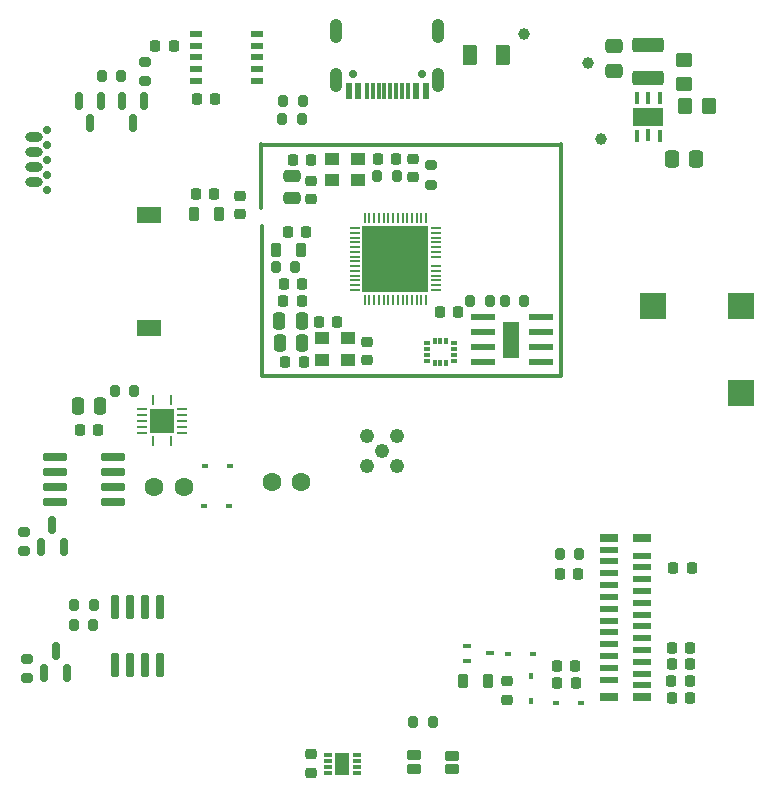
<source format=gbr>
%TF.GenerationSoftware,KiCad,Pcbnew,7.0.7*%
%TF.CreationDate,2023-09-24T11:57:45+02:00*%
%TF.ProjectId,RF Energy Harvesting LK-R37 Enclosure,52462045-6e65-4726-9779-204861727665,Beta R4*%
%TF.SameCoordinates,Original*%
%TF.FileFunction,Soldermask,Top*%
%TF.FilePolarity,Negative*%
%FSLAX46Y46*%
G04 Gerber Fmt 4.6, Leading zero omitted, Abs format (unit mm)*
G04 Created by KiCad (PCBNEW 7.0.7) date 2023-09-24 11:57:45*
%MOMM*%
%LPD*%
G01*
G04 APERTURE LIST*
G04 Aperture macros list*
%AMRoundRect*
0 Rectangle with rounded corners*
0 $1 Rounding radius*
0 $2 $3 $4 $5 $6 $7 $8 $9 X,Y pos of 4 corners*
0 Add a 4 corners polygon primitive as box body*
4,1,4,$2,$3,$4,$5,$6,$7,$8,$9,$2,$3,0*
0 Add four circle primitives for the rounded corners*
1,1,$1+$1,$2,$3*
1,1,$1+$1,$4,$5*
1,1,$1+$1,$6,$7*
1,1,$1+$1,$8,$9*
0 Add four rect primitives between the rounded corners*
20,1,$1+$1,$2,$3,$4,$5,0*
20,1,$1+$1,$4,$5,$6,$7,0*
20,1,$1+$1,$6,$7,$8,$9,0*
20,1,$1+$1,$8,$9,$2,$3,0*%
G04 Aperture macros list end*
%ADD10RoundRect,0.225000X-0.225000X-0.250000X0.225000X-0.250000X0.225000X0.250000X-0.225000X0.250000X0*%
%ADD11RoundRect,0.250000X0.375000X0.625000X-0.375000X0.625000X-0.375000X-0.625000X0.375000X-0.625000X0*%
%ADD12RoundRect,0.250000X-0.250000X-0.475000X0.250000X-0.475000X0.250000X0.475000X-0.250000X0.475000X0*%
%ADD13C,1.000000*%
%ADD14RoundRect,0.200000X0.200000X0.275000X-0.200000X0.275000X-0.200000X-0.275000X0.200000X-0.275000X0*%
%ADD15R,0.600000X0.450000*%
%ADD16R,0.580000X0.350000*%
%ADD17R,0.350000X0.580000*%
%ADD18R,0.280000X0.850000*%
%ADD19R,0.850000X0.280000*%
%ADD20R,2.050000X2.050000*%
%ADD21RoundRect,0.225000X-0.250000X0.225000X-0.250000X-0.225000X0.250000X-0.225000X0.250000X0.225000X0*%
%ADD22R,0.800000X0.300000*%
%ADD23R,1.200000X1.900000*%
%ADD24R,0.700000X0.450000*%
%ADD25RoundRect,0.042000X-0.258000X0.943000X-0.258000X-0.943000X0.258000X-0.943000X0.258000X0.943000X0*%
%ADD26RoundRect,0.250000X-0.450000X0.350000X-0.450000X-0.350000X0.450000X-0.350000X0.450000X0.350000X0*%
%ADD27C,1.600000*%
%ADD28RoundRect,0.225000X0.225000X0.250000X-0.225000X0.250000X-0.225000X-0.250000X0.225000X-0.250000X0*%
%ADD29C,0.700000*%
%ADD30R,0.600000X1.450000*%
%ADD31R,0.300000X1.450000*%
%ADD32O,1.050000X2.100000*%
%ADD33RoundRect,0.225000X0.250000X-0.225000X0.250000X0.225000X-0.250000X0.225000X-0.250000X-0.225000X0*%
%ADD34RoundRect,0.200000X-0.275000X0.200000X-0.275000X-0.200000X0.275000X-0.200000X0.275000X0.200000X0*%
%ADD35RoundRect,0.218750X-0.218750X-0.381250X0.218750X-0.381250X0.218750X0.381250X-0.218750X0.381250X0*%
%ADD36RoundRect,0.250000X-1.075000X0.375000X-1.075000X-0.375000X1.075000X-0.375000X1.075000X0.375000X0*%
%ADD37RoundRect,0.200000X0.275000X-0.200000X0.275000X0.200000X-0.275000X0.200000X-0.275000X-0.200000X0*%
%ADD38RoundRect,0.200000X-0.200000X-0.275000X0.200000X-0.275000X0.200000X0.275000X-0.200000X0.275000X0*%
%ADD39C,1.240000*%
%ADD40R,1.300000X1.000000*%
%ADD41RoundRect,0.124800X-0.475200X-0.275200X0.475200X-0.275200X0.475200X0.275200X-0.475200X0.275200X0*%
%ADD42RoundRect,0.041300X0.948700X0.253700X-0.948700X0.253700X-0.948700X-0.253700X0.948700X-0.253700X0*%
%ADD43RoundRect,0.098350X0.604150X1.437900X-0.604150X1.437900X-0.604150X-1.437900X0.604150X-1.437900X0*%
%ADD44RoundRect,0.100000X0.100000X-2.750000X0.100000X2.750000X-0.100000X2.750000X-0.100000X-2.750000X0*%
%ADD45RoundRect,0.100000X0.100000X-6.400000X0.100000X6.400000X-0.100000X6.400000X-0.100000X-6.400000X0*%
%ADD46RoundRect,0.100000X-12.650000X-0.100000X12.650000X-0.100000X12.650000X0.100000X-12.650000X0.100000X0*%
%ADD47RoundRect,0.100000X0.100000X-9.850000X0.100000X9.850000X-0.100000X9.850000X-0.100000X-9.850000X0*%
%ADD48RoundRect,0.042000X0.943000X0.258000X-0.943000X0.258000X-0.943000X-0.258000X0.943000X-0.258000X0*%
%ADD49RoundRect,0.250000X-0.475000X0.250000X-0.475000X-0.250000X0.475000X-0.250000X0.475000X0.250000X0*%
%ADD50RoundRect,0.150000X-0.150000X0.587500X-0.150000X-0.587500X0.150000X-0.587500X0.150000X0.587500X0*%
%ADD51R,0.420000X1.100000*%
%ADD52R,2.500000X1.600000*%
%ADD53RoundRect,0.050000X-0.387500X-0.050000X0.387500X-0.050000X0.387500X0.050000X-0.387500X0.050000X0*%
%ADD54RoundRect,0.050000X-0.050000X-0.387500X0.050000X-0.387500X0.050000X0.387500X-0.050000X0.387500X0*%
%ADD55RoundRect,0.002500X-0.002500X-0.002500X0.002500X-0.002500X0.002500X0.002500X-0.002500X0.002500X0*%
%ADD56R,5.600000X5.600000*%
%ADD57O,1.500000X0.800000*%
%ADD58R,0.450000X0.600000*%
%ADD59RoundRect,0.150000X0.150000X-0.587500X0.150000X0.587500X-0.150000X0.587500X-0.150000X-0.587500X0*%
%ADD60RoundRect,0.250000X0.350000X0.450000X-0.350000X0.450000X-0.350000X-0.450000X0.350000X-0.450000X0*%
%ADD61R,1.500000X0.600000*%
%ADD62R,1.500000X0.800000*%
%ADD63R,1.100000X0.510000*%
%ADD64RoundRect,0.250000X-0.475000X0.337500X-0.475000X-0.337500X0.475000X-0.337500X0.475000X0.337500X0*%
%ADD65R,2.100000X1.400000*%
%ADD66RoundRect,0.250000X-0.337500X-0.475000X0.337500X-0.475000X0.337500X0.475000X-0.337500X0.475000X0*%
%ADD67R,2.195000X2.195000*%
G04 APERTURE END LIST*
D10*
%TO.C,EIC5*%
X179277500Y-125010000D03*
X180827500Y-125010000D03*
%TD*%
D11*
%TO.C,Fuse1*%
X164960000Y-74780000D03*
X162160000Y-74780000D03*
%TD*%
D12*
%TO.C,E2C4*%
X146039255Y-97300893D03*
X147939255Y-97300893D03*
%TD*%
D13*
%TO.C,TP2*%
X173230000Y-81880000D03*
%TD*%
D14*
%TO.C,IDR1*%
X163824255Y-95640893D03*
X162174255Y-95640893D03*
%TD*%
D10*
%TO.C,EIC6*%
X179247500Y-126380000D03*
X180797500Y-126380000D03*
%TD*%
D14*
%TO.C,QR1*%
X132655000Y-76580000D03*
X131005000Y-76580000D03*
%TD*%
D15*
%TO.C,EiD1a2*%
X167492500Y-125500000D03*
X165392500Y-125500000D03*
%TD*%
D16*
%TO.C,IMU1*%
X158494255Y-99160893D03*
X158494255Y-99660893D03*
X158494255Y-100160893D03*
X158494255Y-100660893D03*
D17*
X159169255Y-100835893D03*
X159669255Y-100835893D03*
X160169255Y-100835893D03*
D16*
X160844255Y-100660893D03*
X160844255Y-100160893D03*
X160844255Y-99660893D03*
X160844255Y-99160893D03*
D17*
X160169255Y-98985893D03*
X159669255Y-98985893D03*
X159169255Y-98985893D03*
%TD*%
D18*
%TO.C,UL1*%
X136840000Y-107485000D03*
D19*
X137815000Y-106760000D03*
X137815000Y-106260000D03*
X137815000Y-105760000D03*
X137815000Y-105260000D03*
X137815000Y-104760000D03*
D18*
X136840000Y-104035000D03*
X135340000Y-104035000D03*
D19*
X134365000Y-104760000D03*
X134365000Y-105260000D03*
X134365000Y-105760000D03*
X134365000Y-106260000D03*
X134365000Y-106760000D03*
D18*
X135340000Y-107485000D03*
D20*
X136090000Y-105760000D03*
%TD*%
D21*
%TO.C,E2C3*%
X148729255Y-85435893D03*
X148729255Y-86985893D03*
%TD*%
D22*
%TO.C,SHT1*%
X152570000Y-135562500D03*
X152570000Y-135062500D03*
X152570000Y-134562500D03*
X152570000Y-134062500D03*
X150170000Y-134062500D03*
X150170000Y-134562500D03*
X150170000Y-135062500D03*
X150170000Y-135562500D03*
D23*
X151370000Y-134812500D03*
%TD*%
D24*
%TO.C,EIQ1*%
X161892500Y-124800000D03*
X161892500Y-126100000D03*
X163892500Y-125450000D03*
%TD*%
D25*
%TO.C,ADS2*%
X135950000Y-121535000D03*
X134680000Y-121535000D03*
X133410000Y-121535000D03*
X132140000Y-121535000D03*
X132140000Y-126475000D03*
X133410000Y-126475000D03*
X134680000Y-126475000D03*
X135950000Y-126475000D03*
%TD*%
D26*
%TO.C,AR2*%
X180290245Y-75230821D03*
X180290245Y-77230821D03*
%TD*%
D27*
%TO.C,EHC2*%
X137920000Y-111340000D03*
X135420000Y-111340000D03*
%TD*%
D10*
%TO.C,EIC4*%
X179397500Y-118250000D03*
X180947500Y-118250000D03*
%TD*%
D28*
%TO.C,CHC1*%
X137085000Y-74010000D03*
X135535000Y-74010000D03*
%TD*%
D15*
%TO.C,EHD1*%
X141830000Y-109610000D03*
X139730000Y-109610000D03*
%TD*%
D10*
%TO.C,EIC2*%
X179237500Y-129260000D03*
X180787500Y-129260000D03*
%TD*%
D28*
%TO.C,E2C10*%
X148094255Y-100810893D03*
X146544255Y-100810893D03*
%TD*%
D29*
%TO.C,J1*%
X158070000Y-76400000D03*
X152290000Y-76400000D03*
D30*
X158430000Y-77845000D03*
X157630000Y-77845000D03*
D31*
X156430000Y-77845000D03*
X155430000Y-77845000D03*
X154930000Y-77845000D03*
X153930000Y-77845000D03*
D30*
X151930000Y-77845000D03*
X152730000Y-77845000D03*
D31*
X153430000Y-77845000D03*
X154430000Y-77845000D03*
X155930000Y-77845000D03*
X156930000Y-77845000D03*
D32*
X159500000Y-76930000D03*
X150860000Y-76930000D03*
X159500000Y-72750000D03*
X150860000Y-72750000D03*
%TD*%
D33*
%TO.C,EC3*%
X142710000Y-88265000D03*
X142710000Y-86715000D03*
%TD*%
D34*
%TO.C,ADS5_MTRR1*%
X124410000Y-115165000D03*
X124410000Y-116815000D03*
%TD*%
D28*
%TO.C,E2C7*%
X148324255Y-89780893D03*
X146774255Y-89780893D03*
%TD*%
D13*
%TO.C,TP1*%
X172200000Y-75500000D03*
%TD*%
D35*
%TO.C,EIL1*%
X161560000Y-127790000D03*
X163685000Y-127790000D03*
%TD*%
D10*
%TO.C,ADSC1*%
X129135000Y-106530000D03*
X130685000Y-106530000D03*
%TD*%
D14*
%TO.C,LR2*%
X159005000Y-131280000D03*
X157355000Y-131280000D03*
%TD*%
D10*
%TO.C,EC2*%
X138935000Y-86550000D03*
X140485000Y-86550000D03*
%TD*%
D28*
%TO.C,E2C11*%
X148744255Y-83650893D03*
X147194255Y-83650893D03*
%TD*%
D36*
%TO.C,AL1*%
X177270245Y-73960821D03*
X177270245Y-76760821D03*
%TD*%
D14*
%TO.C,USBR1*%
X147945000Y-80190000D03*
X146295000Y-80190000D03*
%TD*%
D37*
%TO.C,ADS5_MTRR2*%
X124640000Y-127552500D03*
X124640000Y-125902500D03*
%TD*%
D10*
%TO.C,E2C14*%
X154354255Y-83600893D03*
X155904255Y-83600893D03*
%TD*%
D38*
%TO.C,UL1R1*%
X132115000Y-103230000D03*
X133765000Y-103230000D03*
%TD*%
D39*
%TO.C,SMA1*%
X154680000Y-108340000D03*
X153410000Y-107070000D03*
X153410000Y-109610000D03*
X155950000Y-107070000D03*
X155950000Y-109610000D03*
%TD*%
D15*
%TO.C,EHD2*%
X139680000Y-113010000D03*
X141780000Y-113010000D03*
%TD*%
D33*
%TO.C,SHC1*%
X148740000Y-135555000D03*
X148740000Y-134005000D03*
%TD*%
D40*
%TO.C,E2CY1*%
X151829255Y-98780893D03*
X149629255Y-98780893D03*
X149629255Y-100580893D03*
X151829255Y-100580893D03*
%TD*%
D33*
%TO.C,E2C8*%
X157329255Y-85155893D03*
X157329255Y-83605893D03*
%TD*%
D41*
%TO.C,LED2*%
X157450000Y-135220000D03*
X160630000Y-135230000D03*
X157450000Y-134080000D03*
X160640000Y-134110000D03*
%TD*%
D14*
%TO.C,EIR1*%
X171437500Y-117010000D03*
X169787500Y-117010000D03*
%TD*%
D27*
%TO.C,EHC1*%
X145390000Y-110970000D03*
X147890000Y-110970000D03*
%TD*%
D42*
%TO.C,U1*%
X168209255Y-100775893D03*
X168209255Y-99505893D03*
X168209255Y-98235893D03*
X168209255Y-96965893D03*
X163269255Y-96965893D03*
X163269255Y-98235893D03*
X163269255Y-99505893D03*
X163269255Y-100775893D03*
D43*
X165669255Y-98920893D03*
%TD*%
D44*
%TO.C,ES1*%
X144510000Y-85060000D03*
D45*
X144530000Y-95650000D03*
D46*
X157240000Y-82410000D03*
X157250000Y-101940000D03*
D47*
X169850000Y-92160000D03*
%TD*%
D28*
%TO.C,EIC9*%
X171112500Y-127930000D03*
X169562500Y-127930000D03*
%TD*%
D10*
%TO.C,CHC2*%
X139025000Y-78480000D03*
X140575000Y-78480000D03*
%TD*%
D48*
%TO.C,ADS1*%
X131960000Y-112675000D03*
X131960000Y-111405000D03*
X131960000Y-110135000D03*
X131960000Y-108865000D03*
X127020000Y-108865000D03*
X127020000Y-110135000D03*
X127020000Y-111405000D03*
X127020000Y-112675000D03*
%TD*%
D10*
%TO.C,EIC1*%
X179217500Y-127820000D03*
X180767500Y-127820000D03*
%TD*%
D14*
%TO.C,USBR2*%
X148005000Y-78700000D03*
X146355000Y-78700000D03*
%TD*%
D10*
%TO.C,EC1*%
X146435000Y-94150000D03*
X147985000Y-94150000D03*
%TD*%
D40*
%TO.C,E2CY2*%
X150449255Y-85370893D03*
X152649255Y-85370893D03*
X152649255Y-83570893D03*
X150449255Y-83570893D03*
%TD*%
D14*
%TO.C,ADSR2*%
X130305000Y-121360000D03*
X128655000Y-121360000D03*
%TD*%
D49*
%TO.C,E2C1*%
X147079255Y-85030893D03*
X147079255Y-86930893D03*
%TD*%
D10*
%TO.C,E2C5*%
X146365000Y-95600000D03*
X147915000Y-95600000D03*
%TD*%
%TO.C,IMUC1*%
X159634255Y-96580893D03*
X161184255Y-96580893D03*
%TD*%
D50*
%TO.C,Q1*%
X130950000Y-78660000D03*
X129050000Y-78660000D03*
X130000000Y-80535000D03*
%TD*%
D51*
%TO.C,AU1*%
X178230245Y-78463321D03*
X177280245Y-78463321D03*
X176330245Y-78473321D03*
X176330245Y-81613321D03*
X177280245Y-81603321D03*
X178230245Y-81613321D03*
D52*
X177280245Y-80033321D03*
%TD*%
D38*
%TO.C,ADSR1*%
X128605000Y-123040000D03*
X130255000Y-123040000D03*
%TD*%
D12*
%TO.C,ADSC2*%
X128970000Y-104520000D03*
X130870000Y-104520000D03*
%TD*%
D53*
%TO.C,ESP32S1*%
X152421755Y-89460893D03*
X152421755Y-89860893D03*
X152421755Y-90260893D03*
X152421755Y-90660893D03*
X152421755Y-91060893D03*
X152421755Y-91460893D03*
X152421755Y-91860893D03*
X152421755Y-92260893D03*
X152421755Y-92660893D03*
X152421755Y-93060893D03*
X152421755Y-93460893D03*
X152421755Y-93860893D03*
X152421755Y-94260893D03*
X152421755Y-94660893D03*
D54*
X153259255Y-95498393D03*
X153659255Y-95498393D03*
X154059255Y-95498393D03*
X154459255Y-95498393D03*
X154859255Y-95498393D03*
X155259255Y-95498393D03*
X155659255Y-95498393D03*
X156059255Y-95498393D03*
X156459255Y-95498393D03*
X156859255Y-95498393D03*
X157259255Y-95498393D03*
X157659255Y-95498393D03*
X158059255Y-95498393D03*
X158459255Y-95498393D03*
D53*
X159296755Y-94660893D03*
X159296755Y-94260893D03*
X159296755Y-93860893D03*
X159296755Y-93460893D03*
X159296755Y-93060893D03*
X159296755Y-92660893D03*
D55*
X159296755Y-92260893D03*
D53*
X159296755Y-91860893D03*
X159296755Y-91460893D03*
X159296755Y-91060893D03*
X159296755Y-90660893D03*
X159296755Y-90260893D03*
X159296755Y-89860893D03*
X159296755Y-89460893D03*
D54*
X158459255Y-88623393D03*
X158059255Y-88623393D03*
X157659255Y-88623393D03*
X157259255Y-88623393D03*
X156859255Y-88623393D03*
X156459255Y-88623393D03*
X156059255Y-88623393D03*
X155659255Y-88623393D03*
X155259255Y-88623393D03*
X154859255Y-88623393D03*
X154459255Y-88623393D03*
X154059255Y-88623393D03*
X153659255Y-88623393D03*
X153259255Y-88623393D03*
D56*
X155859255Y-92060893D03*
%TD*%
D34*
%TO.C,E2R1*%
X158839255Y-84125893D03*
X158839255Y-85775893D03*
%TD*%
D28*
%TO.C,EIC8*%
X171082500Y-126560000D03*
X169532500Y-126560000D03*
%TD*%
D34*
%TO.C,QR2*%
X134680000Y-75355000D03*
X134680000Y-77005000D03*
%TD*%
D29*
%TO.C,ICSP1*%
X126385500Y-81130000D03*
X126385500Y-82400000D03*
X126385500Y-83670000D03*
X126385500Y-84940000D03*
X126385500Y-86210000D03*
D57*
X125230500Y-85575000D03*
X125230500Y-84305000D03*
X125230500Y-83035000D03*
X125230500Y-81765000D03*
%TD*%
D58*
%TO.C,EiD1a3*%
X167342500Y-127390000D03*
X167342500Y-129490000D03*
%TD*%
D13*
%TO.C,TP3*%
X166760000Y-72990000D03*
%TD*%
D59*
%TO.C,ADS2_MTRT1*%
X126140000Y-127135000D03*
X128040000Y-127135000D03*
X127090000Y-125260000D03*
%TD*%
D60*
%TO.C,AR1*%
X182390245Y-79110821D03*
X180390245Y-79110821D03*
%TD*%
D12*
%TO.C,E2C2*%
X146049255Y-99170893D03*
X147949255Y-99170893D03*
%TD*%
D38*
%TO.C,IDR2*%
X165134255Y-95630893D03*
X166784255Y-95630893D03*
%TD*%
D28*
%TO.C,EIC3*%
X171347500Y-118760000D03*
X169797500Y-118760000D03*
%TD*%
D33*
%TO.C,E2C9*%
X153469255Y-100605893D03*
X153469255Y-99055893D03*
%TD*%
D61*
%TO.C,J2*%
X173902500Y-116670000D03*
X176702500Y-117170000D03*
X173902500Y-117670000D03*
X176702500Y-118170000D03*
X173902500Y-118670000D03*
X176702500Y-119170000D03*
X173902500Y-119670000D03*
X176702500Y-120170000D03*
X173902500Y-120670000D03*
X176702500Y-121170000D03*
X173902500Y-121670000D03*
X176702500Y-122170000D03*
X173902500Y-122670000D03*
X176702500Y-123170000D03*
X173902500Y-123670000D03*
X176702500Y-124170000D03*
X173902500Y-124670000D03*
X176702500Y-125170000D03*
X173902500Y-125670000D03*
X176702500Y-126170000D03*
X173902500Y-126670000D03*
X176702500Y-127170000D03*
X173902500Y-127670000D03*
X176702500Y-128170000D03*
D62*
X176702500Y-115670000D03*
X173902500Y-115670000D03*
X176702500Y-129170000D03*
X173902500Y-129170000D03*
%TD*%
D63*
%TO.C,CH340K1*%
X144110000Y-77000000D03*
X144110000Y-76000000D03*
X144110000Y-75000000D03*
X144110000Y-74000000D03*
X144110000Y-73000000D03*
X139010000Y-73000000D03*
X139010000Y-74000000D03*
X139010000Y-75000000D03*
X139010000Y-76000000D03*
X139010000Y-77000000D03*
%TD*%
D33*
%TO.C,EIC7*%
X165332500Y-129360000D03*
X165332500Y-127810000D03*
%TD*%
D64*
%TO.C,AC1*%
X174350000Y-74032500D03*
X174350000Y-76107500D03*
%TD*%
D28*
%TO.C,E2C6*%
X150924255Y-97380893D03*
X149374255Y-97380893D03*
%TD*%
D35*
%TO.C,EL1*%
X138807500Y-88230000D03*
X140932500Y-88230000D03*
%TD*%
D65*
%TO.C,ANT1*%
X134970000Y-88370500D03*
X134970000Y-97870500D03*
%TD*%
D59*
%TO.C,ADS5_MTRT1*%
X125870000Y-116437500D03*
X127770000Y-116437500D03*
X126820000Y-114562500D03*
%TD*%
D38*
%TO.C,ER1*%
X145744255Y-92760893D03*
X147394255Y-92760893D03*
%TD*%
D14*
%TO.C,E2R2*%
X155984255Y-85000893D03*
X154334255Y-85000893D03*
%TD*%
D15*
%TO.C,EiD1a1*%
X169452500Y-129630000D03*
X171552500Y-129630000D03*
%TD*%
D66*
%TO.C,AC2*%
X179262745Y-83590821D03*
X181337745Y-83590821D03*
%TD*%
D50*
%TO.C,Q2*%
X134610000Y-78700000D03*
X132710000Y-78700000D03*
X133660000Y-80575000D03*
%TD*%
D67*
%TO.C,BZ1*%
X185100000Y-103440000D03*
X185100000Y-96040000D03*
X177700000Y-96040000D03*
%TD*%
D35*
%TO.C,E2L1*%
X145726755Y-91260893D03*
X147851755Y-91260893D03*
%TD*%
M02*

</source>
